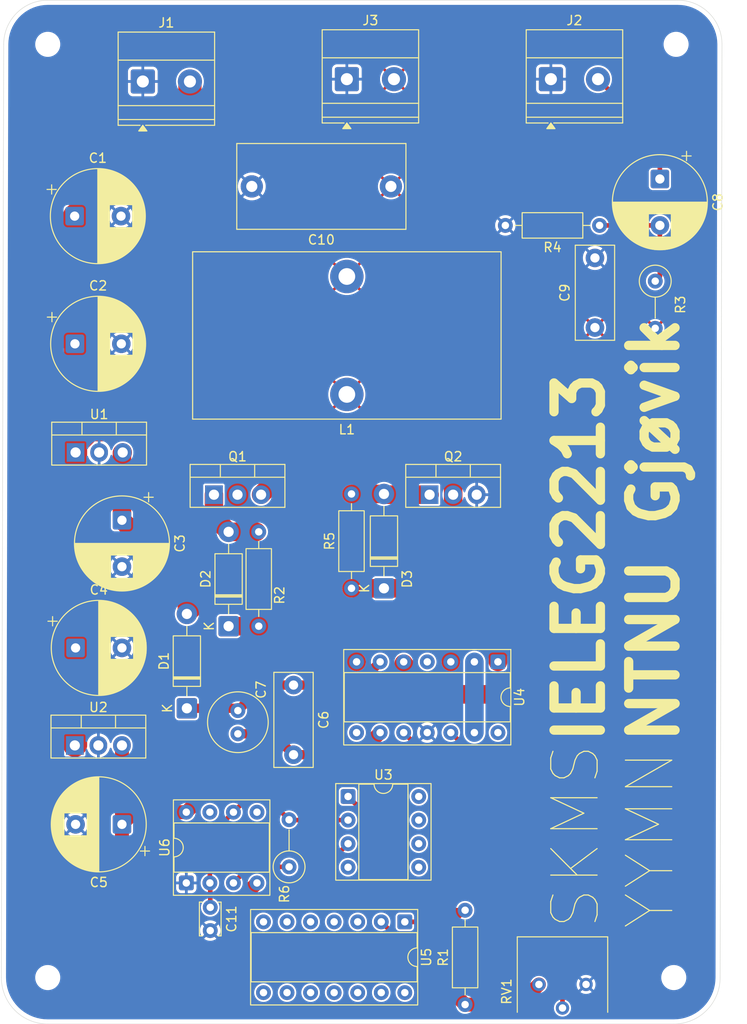
<source format=kicad_pcb>
(kicad_pcb (version 20241229) (generator "pcbnew") (generator_version "9.0")
  (layers (0 "F.Cu" signal) (2 "B.Cu" signal) (13 "F.Paste" user) (15 "B.Paste" user) (5 "F.SilkS" user "F.Silkscreen") (7 "B.SilkS" user "B.Silkscreen") (1 "F.Mask" user) (3 "B.Mask" user) (25 "Edge.Cuts" user))
  (net 0 "")
  (net 1 "Vcc")
  (net 2 "GND")
  (net 3 "12V")
  (net 4 "5V")
  (net 5 "Net-(Q1-S)")
  (net 6 "Net-(D3-K)")
  (net 7 "Net-(J2-Pin_2)")
  (net 8 "Net-(D1-K)")
  (net 9 "Net-(D2-K)")
  (net 10 "Net-(D2-A)")
  (net 11 "Net-(U3A-+)")
  (net 12 "triangle")
  (net 13 "Net-(D3-A)")
  (net 14 "Net-(U4-HIN)")
  (net 15 "Net-(U6-Q)")
  (net 18 "Net-(U4-LIN)")
  (net 19 "Net-(U4-COM)")
  (net 23 "Net-(C8-Pad2)")
  (net 24 "Net-(J3-Pin_2)")
  (footprint "Capacitor_THT:CP_Radial_D10.0mm_P5.00mm" (layer "F.Cu") (at 90.5 121.5 180)
    (property "Reference" "C5" (at 2.5 -6.25 0) (layer "F.SilkS"))
    (property "Value" "47u")
    (pad "1" thru_hole roundrect (at 0 0 180) (size 2 2) (drill 1) (layers "*.Cu" "*.Mask") (roundrect_rratio 0.125) (net 4 "5V"))
    (pad "2" thru_hole circle (at 5 0 180) (size 2 2) (drill 1) (layers "*.Cu" "*.Mask") (net 2 "GND"))
  )
  (footprint "Resistor_THT:R_Axial_DIN0309_L9.0mm_D3.2mm_P5.08mm_Vertical" (layer "F.Cu") (at 108.52 126.08 90)
    (property "Reference" "R6" (at -2.92 -0.5 90) (layer "F.SilkS"))
    (property "Value" "2k2")
    (pad "1" thru_hole circle (at 0 0 90) (size 1.6 1.6) (drill 0.8) (layers "*.Cu" "*.Mask") (net 15 "Net-(U6-Q)"))
    (pad "2" thru_hole circle (at 5.08 0 90) (size 1.6 1.6) (drill 0.8) (layers "*.Cu" "*.Mask") (net 12 "triangle"))
  )
  (footprint "Potentiometer_THT:Potentiometer_Bourns_3299P_Horizontal" (layer "F.Cu") (at 135.46 138.74 90)
    (property "Reference" "RV1" (at -0.76 -3.475 90) (layer "F.SilkS"))
    (property "Value" "10k")
    (pad "1" thru_hole circle (at 0 0 90) (size 1.44 1.44) (drill 0.8) (layers "*.Cu" "*.Mask") (net 4 "5V"))
    (pad "2" thru_hole circle (at -2.54 2.54 90) (size 1.44 1.44) (drill 0.8) (layers "*.Cu" "*.Mask") (net 11 "Net-(U3A-+)"))
    (pad "3" thru_hole circle (at 0 5.08 90) (size 1.44 1.44) (drill 0.8) (layers "*.Cu" "*.Mask") (net 2 "GND"))
  )
  (footprint "Package_DIP:DIP-8_W7.62mm_Socket" (layer "F.Cu") (at 114.88 118.5)
    (property "Reference" "U3" (at 3.81 -2.33 0) (layer "F.SilkS"))
    (property "Value" "LM393")
    (pad "1" thru_hole roundrect (at 0 0) (size 1.6 1.6) (drill 0.8) (layers "*.Cu" "*.Mask") (roundrect_rratio 0.15625) (net 14 "Net-(U4-HIN)"))
    (pad "2" thru_hole circle (at 0 2.54) (size 1.6 1.6) (drill 0.8) (layers "*.Cu" "*.Mask") (net 12 "triangle"))
    (pad "3" thru_hole circle (at 0 5.08) (size 1.6 1.6) (drill 0.8) (layers "*.Cu" "*.Mask") (net 11 "Net-(U3A-+)"))
    (pad "4" thru_hole circle (at 0 7.62) (size 1.6 1.6) (drill 0.8) (layers "*.Cu" "*.Mask"))
    (pad "5" thru_hole circle (at 7.62 7.62) (size 1.6 1.6) (drill 0.8) (layers "*.Cu" "*.Mask"))
    (pad "6" thru_hole circle (at 7.62 5.08) (size 1.6 1.6) (drill 0.8) (layers "*.Cu" "*.Mask"))
    (pad "7" thru_hole circle (at 7.62 2.54) (size 1.6 1.6) (drill 0.8) (layers "*.Cu" "*.Mask"))
    (pad "8" thru_hole circle (at 7.62 0) (size 1.6 1.6) (drill 0.8) (layers "*.Cu" "*.Mask"))
  )
  (footprint "Package_DIP:DIP-14_W7.62mm_Socket" (layer "F.Cu") (at 121 132 -90)
    (property "Reference" "U5" (at 3.81 -2.33 90) (layer "F.SilkS"))
    (property "Value" "74HC04")
    (pad "1" thru_hole roundrect (at 0 0 270) (size 1.6 1.6) (drill 0.8) (layers "*.Cu" "*.Mask") (roundrect_rratio 0.15625) (net 14 "Net-(U4-HIN)"))
    (pad "2" thru_hole circle (at 0 2.54 270) (size 1.6 1.6) (drill 0.8) (layers "*.Cu" "*.Mask") (net 18 "Net-(U4-LIN)"))
    (pad "3" thru_hole circle (at 0 5.08 270) (size 1.6 1.6) (drill 0.8) (layers "*.Cu" "*.Mask"))
    (pad "4" thru_hole circle (at 0 7.62 270) (size 1.6 1.6) (drill 0.8) (layers "*.Cu" "*.Mask"))
    (pad "5" thru_hole circle (at 0 10.16 270) (size 1.6 1.6) (drill 0.8) (layers "*.Cu" "*.Mask"))
    (pad "6" thru_hole circle (at 0 12.7 270) (size 1.6 1.6) (drill 0.8) (layers "*.Cu" "*.Mask"))
    (pad "7" thru_hole circle (at 0 15.24 270) (size 1.6 1.6) (drill 0.8) (layers "*.Cu" "*.Mask"))
    (pad "8" thru_hole circle (at 7.62 15.24 270) (size 1.6 1.6) (drill 0.8) (layers "*.Cu" "*.Mask"))
    (pad "9" thru_hole circle (at 7.62 12.7 270) (size 1.6 1.6) (drill 0.8) (layers "*.Cu" "*.Mask"))
    (pad "10" thru_hole circle (at 7.62 10.16 270) (size 1.6 1.6) (drill 0.8) (layers "*.Cu" "*.Mask"))
    (pad "11" thru_hole circle (at 7.62 7.62 270) (size 1.6 1.6) (drill 0.8) (layers "*.Cu" "*.Mask"))
    (pad "12" thru_hole circle (at 7.62 5.08 270) (size 1.6 1.6) (drill 0.8) (layers "*.Cu" "*.Mask"))
    (pad "13" thru_hole circle (at 7.62 2.54 270) (size 1.6 1.6) (drill 0.8) (layers "*.Cu" "*.Mask"))
    (pad "14" thru_hole circle (at 7.62 0 270) (size 1.6 1.6) (drill 0.8) (layers "*.Cu" "*.Mask"))
  )
  (footprint "Capacitor_THT:CP_Radial_D10.0mm_P5.00mm" (layer "F.Cu") (at 85.432323 69.75)
    (property "Reference" "C2" (at 2.5 -6.25 0) (layer "F.SilkS"))
    (property "Value" "47u")
    (pad "1" thru_hole roundrect (at 0 0) (size 2 2) (drill 1) (layers "*.Cu" "*.Mask") (roundrect_rratio 0.125) (net 1 "Vcc"))
    (pad "2" thru_hole circle (at 5 0) (size 2 2) (drill 1) (layers "*.Cu" "*.Mask") (net 2 "GND"))
  )
  (footprint "TerminalBlock_Phoenix:TerminalBlock_Phoenix_MKDS-1,5-2-5.08_1x02_P5.08mm_Horizontal" (layer "F.Cu") (at 136.75 41.25)
    (property "Reference" "J2" (at 2.54 -6.32 0) (layer "F.SilkS"))
    (property "Value" "Input")
    (pad "1" thru_hole roundrect (at 0 0) (size 2.6 2.6) (drill 1.3) (layers "*.Cu" "*.Mask") (roundrect_rratio 0.096154) (net 2 "GND"))
    (pad "2" thru_hole circle (at 5.08 0) (size 2.6 2.6) (drill 1.3) (layers "*.Cu" "*.Mask") (net 7 "Net-(J2-Pin_2)"))
  )
  (footprint "Package_DIP:DIP-14_W7.62mm_Socket" (layer "F.Cu") (at 131.04 104 -90)
    (property "Reference" "U4" (at 3.81 -2.33 90) (layer "F.SilkS"))
    (property "Value" "IR2113")
    (pad "1" thru_hole roundrect (at 0 0 270) (size 1.6 1.6) (drill 0.8) (layers "*.Cu" "*.Mask") (roundrect_rratio 0.15625) (net 6 "Net-(D3-K)"))
    (pad "2" thru_hole circle (at 0 2.54 270) (size 1.6 1.6) (drill 0.8) (layers "*.Cu" "*.Mask") (net 19 "Net-(U4-COM)"))
    (pad "3" thru_hole circle (at 0 5.08 270) (size 1.6 1.6) (drill 0.8) (layers "*.Cu" "*.Mask") (net 3 "12V"))
    (pad "4" thru_hole circle (at 0 7.62 270) (size 1.6 1.6) (drill 0.8) (layers "*.Cu" "*.Mask"))
    (pad "5" thru_hole circle (at 0 10.16 270) (size 1.6 1.6) (drill 0.8) (layers "*.Cu" "*.Mask") (net 5 "Net-(Q1-S)"))
    (pad "6" thru_hole circle (at 0 12.7 270) (size 1.6 1.6) (drill 0.8) (layers "*.Cu" "*.Mask") (net 8 "Net-(D1-K)"))
    (pad "7" thru_hole circle (at 0 15.24 270) (size 1.6 1.6) (drill 0.8) (layers "*.Cu" "*.Mask") (net 9 "Net-(D2-K)"))
    (pad "8" thru_hole circle (at 7.62 15.24 270) (size 1.6 1.6) (drill 0.8) (layers "*.Cu" "*.Mask"))
    (pad "9" thru_hole circle (at 7.62 12.7 270) (size 1.6 1.6) (drill 0.8) (layers "*.Cu" "*.Mask") (net 4 "5V"))
    (pad "10" thru_hole circle (at 7.62 10.16 270) (size 1.6 1.6) (drill 0.8) (layers "*.Cu" "*.Mask") (net 14 "Net-(U4-HIN)"))
    (pad "11" thru_hole circle (at 7.62 7.62 270) (size 1.6 1.6) (drill 0.8) (layers "*.Cu" "*.Mask") (net 2 "GND"))
    (pad "12" thru_hole circle (at 7.62 5.08 270) (size 1.6 1.6) (drill 0.8) (layers "*.Cu" "*.Mask") (net 18 "Net-(U4-LIN)"))
    (pad "13" thru_hole circle (at 7.62 2.54 270) (size 1.6 1.6) (drill 0.8) (layers "*.Cu" "*.Mask") (net 19 "Net-(U4-COM)"))
    (pad "14" thru_hole circle (at 7.62 0 270) (size 1.6 1.6) (drill 0.8) (layers "*.Cu" "*.Mask"))
  )
  (footprint "TerminalBlock_Phoenix:TerminalBlock_Phoenix_MKDS-1,5-2-5.08_1x02_P5.08mm_Horizontal" (layer "F.Cu") (at 114.75 41.25)
    (property "Reference" "J3" (at 2.54 -6.32 0) (layer "F.SilkS"))
    (property "Value" "Output")
    (pad "1" thru_hole roundrect (at 0 0) (size 2.6 2.6) (drill 1.3) (layers "*.Cu" "*.Mask") (roundrect_rratio 0.096154) (net 2 "GND"))
    (pad "2" thru_hole circle (at 5.08 0) (size 2.6 2.6) (drill 1.3) (layers "*.Cu" "*.Mask") (net 24 "Net-(J3-Pin_2)"))
  )
  (footprint "Diode_THT:D_DO-41_SOD81_P10.16mm_Horizontal" (layer "F.Cu") (at 97.5 109 90)
    (property "Reference" "D1" (at 5.08 -2.47 90) (layer "F.SilkS"))
    (property "Value" "1N4007")
    (fp_text user "K" (at 0 -2.1 90) (layer "F.SilkS"))
    (pad "1" thru_hole roundrect (at 0 0 90) (size 2.2 2.2) (drill 1.1) (layers "*.Cu" "*.Mask") (roundrect_rratio 0.113636) (net 8 "Net-(D1-K)"))
    (pad "2" thru_hole circle (at 10.16 0 90) (size 2.2 2.2) (drill 1.1) (layers "*.Cu" "*.Mask") (net 3 "12V"))
  )
  (footprint "Diode_THT:D_DO-41_SOD81_P10.16mm_Horizontal" (layer "F.Cu") (at 118.75 96.08 90)
    (property "Reference" "D3" (at 1 2.5 90) (layer "F.SilkS"))
    (property "Value" "1N4007")
    (fp_text user "K" (at 0 -2.1 90) (layer "F.SilkS"))
    (pad "1" thru_hole roundrect (at 0 0 90) (size 2.2 2.2) (drill 1.1) (layers "*.Cu" "*.Mask") (roundrect_rratio 0.113636) (net 6 "Net-(D3-K)"))
    (pad "2" thru_hole circle (at 10.16 0 90) (size 2.2 2.2) (drill 1.1) (layers "*.Cu" "*.Mask") (net 13 "Net-(D3-A)"))
  )
  (footprint "MountingHole:MountingHole_2.2mm_M2" (layer "F.Cu") (at 82.5 37.5)
    (property "Reference" "H4" (hide yes))
    (property "Value" "MountingHole")
    (pad "" np_thru_hole circle (at 0 0) (size 2.2 2.2) (drill 2.2) (layers "*.Cu" "*.Mask"))
  )
  (footprint "Package_TO_SOT_THT:TO-220-3_Vertical" (layer "F.Cu") (at 123.67 86)
    (property "Reference" "Q2" (at 2.54 -4.1 0) (layer "F.SilkS"))
    (property "Value" "IRLZ44N")
    (pad "1" thru_hole rect (at 0 0) (size 1.905 2) (drill 1.1) (layers "*.Cu" "*.Mask") (net 13 "Net-(D3-A)"))
    (pad "2" thru_hole oval (at 2.54 0) (size 1.905 2) (drill 1.1) (layers "*.Cu" "*.Mask") (net 5 "Net-(Q1-S)"))
    (pad "3" thru_hole oval (at 5.08 0) (size 1.905 2) (drill 1.1) (layers "*.Cu" "*.Mask") (net 2 "GND"))
  )
  (footprint "Resistor_THT:R_Axial_DIN0207_L6.3mm_D2.5mm_P10.16mm_Horizontal" (layer "F.Cu") (at 127.5 140.91 90)
    (property "Reference" "R1" (at 5.08 -2.37 90) (layer "F.SilkS"))
    (property "Value" "10k")
    (pad "1" thru_hole circle (at 0 0 90) (size 1.6 1.6) (drill 0.8) (layers "*.Cu" "*.Mask") (net 4 "5V"))
    (pad "2" thru_hole circle (at 10.16 0 90) (size 1.6 1.6) (drill 0.8) (layers "*.Cu" "*.Mask") (net 14 "Net-(U4-HIN)"))
  )
  (footprint "Package_TO_SOT_THT:TO-220-3_Vertical" (layer "F.Cu") (at 100.42 86)
    (property "Reference" "Q1" (at 2.54 -4.1 0) (layer "F.SilkS"))
    (property "Value" "IRLZ44N")
    (pad "1" thru_hole rect (at 0 0) (size 1.905 2) (drill 1.1) (layers "*.Cu" "*.Mask") (net 10 "Net-(D2-A)"))
    (pad "2" thru_hole oval (at 2.54 0) (size 1.905 2) (drill 1.1) (layers "*.Cu" "*.Mask") (net 1 "Vcc"))
    (pad "3" thru_hole oval (at 5.08 0) (size 1.905 2) (drill 1.1) (layers "*.Cu" "*.Mask") (net 5 "Net-(Q1-S)"))
  )
  (footprint "Capacitor_THT:C_Rect_L18.0mm_W9.0mm_P15.00mm_FKS3_FKP3" (layer "F.Cu") (at 119.5 52.8 180)
    (property "Reference" "C10" (at 7.5 -5.75 180) (layer "F.SilkS"))
    (property "Value" "1u")
    (pad "1" thru_hole circle (at 0 0 180) (size 2.4 2.4) (drill 1.2) (layers "*.Cu" "*.Mask") (net 24 "Net-(J3-Pin_2)"))
    (pad "2" thru_hole circle (at 15 0 180) (size 2.4 2.4) (drill 1.2) (layers "*.Cu" "*.Mask") (net 2 "GND"))
  )
  (footprint "Capacitor_THT:C_Rect_L10.0mm_W4.0mm_P7.50mm_FKS3_FKP3" (layer "F.Cu") (at 109 106.5 -90)
    (property "Reference" "C6" (at 3.75 -3.25 90) (layer "F.SilkS"))
    (property "Value" "220n")
    (pad "1" thru_hole circle (at 0 0 270) (size 2 2) (drill 1) (layers "*.Cu" "*.Mask") (net 8 "Net-(D1-K)"))
    (pad "2" thru_hole circle (at 7.5 0 270) (size 2 2) (drill 1) (layers "*.Cu" "*.Mask") (net 5 "Net-(Q1-S)"))
  )
  (footprint "Capacitor_THT:C_Radial_D6.3mm_H11.0mm_P2.50mm" (layer "F.Cu") (at 103 109.25 -90)
    (property "Reference" "C7" (at -2.25 -2.5 90) (layer "F.SilkS"))
    (property "Value" "22u")
    (pad "1" thru_hole circle (at 0 0 270) (size 1.6 1.6) (drill 0.8) (layers "*.Cu" "*.Mask") (net 8 "Net-(D1-K)"))
    (pad "2" thru_hole circle (at 2.5 0 270) (size 1.6 1.6) (drill 0.8) (layers "*.Cu" "*.Mask") (net 5 "Net-(Q1-S)"))
  )
  (footprint "Inductor_THT:L_Toroid_Vertical_L33.0mm_W17.8mm_P12.70mm_Pulse_KM-5" (layer "F.Cu") (at 114.75 75.2 180)
    (property "Reference" "L1" (at 0 -3.79 0) (layer "F.SilkS"))
    (property "Value" "22u")
    (pad "1" thru_hole circle (at 0 0 180) (size 3.6 3.6) (drill 1.8) (layers "*.Cu" "*.Mask") (net 5 "Net-(Q1-S)"))
    (pad "2" thru_hole circle (at 0 12.7 180) (size 3.6 3.6) (drill 1.8) (layers "*.Cu" "*.Mask") (net 24 "Net-(J3-Pin_2)"))
  )
  (footprint "MountingHole:MountingHole_2.2mm_M2" (layer "F.Cu") (at 150.25 37.5)
    (property "Reference" "H3" (hide yes))
    (property "Value" "MountingHole")
    (pad "" np_thru_hole circle (at 0 0) (size 2.2 2.2) (drill 2.2) (layers "*.Cu" "*.Mask"))
  )
  (footprint "Capacitor_THT:CP_Radial_D10.0mm_P5.00mm" (layer "F.Cu") (at 85.4 56)
    (property "Reference" "C1" (at 2.5 -6.25 0) (layer "F.SilkS"))
    (property "Value" "47u")
    (pad "1" thru_hole roundrect (at 0 0) (size 2 2) (drill 1) (layers "*.Cu" "*.Mask") (roundrect_rratio 0.125) (net 1 "Vcc"))
    (pad "2" thru_hole circle (at 5 0) (size 2 2) (drill 1) (layers "*.Cu" "*.Mask") (net 2 "GND"))
  )
  (footprint "Diode_THT:D_DO-41_SOD81_P10.16mm_Horizontal" (layer "F.Cu") (at 102 100.16 90)
    (property "Reference" "D2" (at 5.08 -2.47 90) (layer "F.SilkS"))
    (property "Value" "1N4007")
    (fp_text user "K" (at 0 -2.1 90) (layer "F.SilkS"))
    (pad "1" thru_hole roundrect (at 0 0 90) (size 2.2 2.2) (drill 1.1) (layers "*.Cu" "*.Mask") (roundrect_rratio 0.113636) (net 9 "Net-(D2-K)"))
    (pad "2" thru_hole circle (at 10.16 0 90) (size 2.2 2.2) (drill 1.1) (layers "*.Cu" "*.Mask") (net 10 "Net-(D2-A)"))
  )
  (footprint "Capacitor_THT:CP_Radial_D10.0mm_P5.00mm" (layer "F.Cu") (at 148.5 52 -90)
    (property "Reference" "C8" (at 2.5 -6.25 90) (layer "F.SilkS"))
    (property "Value" "47u")
    (pad "1" thru_hole roundrect (at 0 0 270) (size 2 2) (drill 1) (layers "*.Cu" "*.Mask") (roundrect_rratio 0.125) (net 7 "Net-(J2-Pin_2)"))
    (pad "2" thru_hole circle (at 5 0 270) (size 2 2) (drill 1) (layers "*.Cu" "*.Mask") (net 23 "Net-(C8-Pad2)"))
  )
  (footprint "Resistor_THT:R_Axial_DIN0207_L6.3mm_D2.5mm_P10.16mm_Horizontal" (layer "F.Cu") (at 115.25 96.08 90)
    (property "Reference" "R5" (at 5.08 -2.37 90) (layer "F.SilkS"))
    (property "Value" "10")
    (pad "1" thru_hole circle (at 0 0 90) (size 1.6 1.6) (drill 0.8) (layers "*.Cu" "*.Mask") (net 6 "Net-(D3-K)"))
    (pad "2" thru_hole circle (at 10.16 0 90) (size 1.6 1.6) (drill 0.8) (layers "*.Cu" "*.Mask") (net 13 "Net-(D3-A)"))
  )
  (footprint "Resistor_THT:R_Axial_DIN0207_L6.3mm_D2.5mm_P10.16mm_Horizontal" (layer "F.Cu") (at 105.25 100.16 90)
    (property "Reference" "R2" (at 3.33 2.25 90) (layer "F.SilkS"))
    (property "Value" "10")
    (pad "1" thru_hole circle (at 0 0 90) (size 1.6 1.6) (drill 0.8) (layers "*.Cu" "*.Mask") (net 9 "Net-(D2-K)"))
    (pad "2" thru_hole circle (at 10.16 0 90) (size 1.6 1.6) (drill 0.8) (layers "*.Cu" "*.Mask") (net 10 "Net-(D2-A)"))
  )
  (footprint "Package_DIP:DIP-8_W7.62mm_Socket" (layer "F.Cu") (at 97.44 127.81 90)
    (property "Reference" "U6" (at 3.81 -2.33 90) (layer "F.SilkS"))
    (property "Value" "TLC555xP")
    (pad "1" thru_hole roundrect (at 0 0 90) (size 1.6 1.6) (drill 0.8) (layers "*.Cu" "*.Mask") (roundrect_rratio 0.15625) (net 2 "GND"))
    (pad "2" thru_hole circle (at 0 2.54 90) (size 1.6 1.6) (drill 0.8) (layers "*.Cu" "*.Mask") (net 12 "triangle"))
    (pad "3" thru_hole circle (at 0 5.08 90) (size 1.6 1.6) (drill 0.8) (layers "*.Cu" "*.Mask") (net 15 "Net-(U6-Q)"))
    (pad "4" thru_hole circle (at 0 7.62 90) (size 1.6 1.6) (drill 0.8) (layers "*.Cu" "*.Mask") (net 4 "5V"))
    (pad "5" thru_hole circle (at 7.62 7.62 90) (size 1.6 1.6) (drill 0.8) (layers "*.Cu" "*.Mask"))
    (pad "6" thru_hole circle (at 7.62 5.08 90) (size 1.6 1.6) (drill 0.8) (layers "*.Cu" "*.Mask") (net 12 "triangle"))
    (pad "7" thru_hole circle (at 7.62 2.54 90) (size 1.6 1.6) (drill 0.8) (layers "*.Cu" "*.Mask"))
    (pad "8" thru_hole circle (at 7.62 0 90) (size 1.6 1.6) (drill 0.8) (layers "*.Cu" "*.Mask") (net 4 "5V"))
  )
  (footprint "Capacitor_THT:C_Rect_L10.0mm_W4.0mm_P7.50mm_FKS3_FKP3" (layer "F.Cu") (at 141.5 68 90)
    (property "Reference" "C9" (at 3.75 -3.25 90) (layer "F.SilkS"))
    (property "Value" "220n")
    (pad "1" thru_hole circle (at 0 0 90) (size 2 2) (drill 1) (layers "*.Cu" "*.Mask") (net 11 "Net-(U3A-+)"))
    (pad "2" thru_hole circle (at 7.5 0 90) (size 2 2) (drill 1) (layers "*.Cu" "*.Mask") (net 2 "GND"))
  )
  (footprint "Resistor_THT:R_Axial_DIN0207_L6.3mm_D2.5mm_P10.16mm_Horizontal" (layer "F.Cu") (at 142 57 180)
    (property "Reference" "R4" (at 5.08 -2.37 0) (layer "F.SilkS"))
    (property "Value" "10k")
    (pad "1" thru_hole circle (at 0 0 180) (size 1.6 1.6) (drill 0.8) (layers "*.Cu" "*.Mask") (net 23 "Net-(C8-Pad2)"))
    (pad "2" thru_hole circle (at 10.16 0 180) (size 1.6 1.6) (drill 0.8) (layers "*.Cu" "*.Mask") (net 2 "GND"))
  )
  (footprint "MountingHole:MountingHole_2.2mm_M2" (layer "F.Cu") (at 150 138)
    (property "Reference" "H1" (hide yes))
    (property "Value" "MountingHole")
    (pad "" np_thru_hole circle (at 0 0) (size 2.2 2.2) (drill 2.2) (layers "*.Cu" "*.Mask"))
  )
  (footprint "Package_TO_SOT_THT:TO-220-3_Vertical" (layer "F.Cu") (at 85.5 81.45)
    (property "Reference" "U1" (at 2.54 -4.1 0) (layer "F.SilkS"))
    (property "Value" "LM7812_TO220")
    (pad "1" thru_hole rect (at 0 0) (size 1.905 2) (drill 1.1) (layers "*.Cu" "*.Mask") (net 1 "Vcc"))
    (pad "2" thru_hole oval (at 2.54 0) (size 1.905 2) (drill 1.1) (layers "*.Cu" "*.Mask") (net 2 "GND"))
    (pad "3" thru_hole oval (at 5.08 0) (size 1.905 2) (drill 1.1) (layers "*.Cu" "*.Mask") (net 3 "12V"))
  )
  (footprint "Resistor_THT:R_Axial_DIN0309_L9.0mm_D3.2mm_P5.08mm_Vertical" (layer "F.Cu") (at 148 63 -90)
    (property "Reference" "R3" (at 2.54 -2.72 90) (layer "F.SilkS"))
    (property "Value" "10k")
    (pad "1" thru_hole circle (at 0 0 270) (size 1.6 1.6) (drill 0.8) (layers "*.Cu" "*.Mask") (net 23 "Net-(C8-Pad2)"))
    (pad "2" thru_hole circle (at 5.08 0 270) (size 1.6 1.6) (drill 0.8) (layers "*.Cu" "*.Mask") (net 11 "Net-(U3A-+)"))
  )
  (footprint "Capacitor_THT:CP_Radial_D10.0mm_P5.00mm" (layer "F.Cu") (at 90.5 88.75 -90)
    (property "Reference" "C3" (at 2.5 -6.25 90) (layer "F.SilkS"))
    (property "Value" "47u")
    (pad "1" thru_hole roundrect (at 0 0 270) (size 2 2) (drill 1) (layers "*.Cu" "*.Mask") (roundrect_rratio 0.125) (net 3 "12V"))
    (pad "2" thru_hole circle (at 5 0 270) (size 2 2) (drill 1) (layers "*.Cu" "*.Mask") (net 2 "GND"))
  )
  (footprint "Capacitor_THT:C_Disc_D3.4mm_W2.1mm_P2.50mm" (layer "F.Cu") (at 100.02 130.44 -90)
    (property "Reference" "C11" (at 1.25 -2.3 90) (layer "F.SilkS"))
    (property "Value" "1n")
    (pad "1" thru_hole circle (at 0 0 270) (size 1.6 1.6) (drill 0.8) (layers "*.Cu" "*.Mask") (net 12 "triangle"))
    (pad "2" thru_hole circle (at 2.5 0 270) (size 1.6 1.6) (drill 0.8) (layers "*.Cu" "*.Mask") (net 2 "GND"))
  )
  (footprint "MountingHole:MountingHole_2.2mm_M2" (layer "F.Cu") (at 82.5 138)
    (property "Reference" "H2" (hide yes))
    (property "Value" "MountingHole")
    (pad "" np_thru_hole circle (at 0 0) (size 2.2 2.2) (drill 2.2) (layers "*.Cu" "*.Mask"))
  )
  (footprint "Package_TO_SOT_THT:TO-220-3_Vertical" (layer "F.Cu") (at 85.42 113)
    (property "Reference" "U2" (at 2.54 -4.1 0) (layer "F.SilkS"))
    (property "Value" "LM7805_TO220")
    (pad "1" thru_hole rect (at 0 0) (size 1.905 2) (drill 1.1) (layers "*.Cu" "*.Mask") (net 1 "Vcc"))
    (pad "2" thru_hole oval (at 2.54 0) (size 1.905 2) (drill 1.1) (layers "*.Cu" "*.Mask") (net 2 "GND"))
    (pad "3" thru_hole oval (at 5.08 0) (size 1.905 2) (drill 1.1) (layers "*.Cu" "*.Mask") (net 4 "5V"))
  )
  (footprint "TerminalBlock_Phoenix:TerminalBlock_Phoenix_MKDS-1,5-2-5.08_1x02_P5.08mm_Horizontal" (layer "F.Cu") (at 92.75 41.5)
    (property "Reference" "J1" (at 2.54 -6.32 0) (layer "F.SilkS"))
    (property "Value" "POWER")
    (pad "1" thru_hole roundrect (at 0 0) (size 2.6 2.6) (drill 1.3) (layers "*.Cu" "*.Mask") (roundrect_rratio 0.096154) (net 2 "GND"))
    (pad "2" thru_hole circle (at 5.08 0) (size 2.6 2.6) (drill 1.3) (layers "*.Cu" "*.Mask") (net 1 "Vcc"))
  )
  (footprint "Capacitor_THT:CP_Radial_D10.0mm_P5.00mm" (layer "F.Cu") (at 85.5 102.5)
    (property "Reference" "C4" (at 2.5 -6.25 0) (layer "F.SilkS"))
    (property "Value" "47u")
    (pad "1" thru_hole roundrect (at 0 0) (size 2 2) (drill 1) (layers "*.Cu" "*.Mask") (roundrect_rratio 0.125) (net 1 "Vcc"))
    (pad "2" thru_hole circle (at 5 0) (size 2 2) (drill 1) (layers "*.Cu" "*.Mask") (net 2 "GND"))
  )
  (gr_arc (start 150.45 32.75) (mid 153.808757 34.141243) (end 155.2 37.5) (stroke (width 0.05)) (layer "Edge.Cuts"))
  (gr_arc (start 82.5 143) (mid 78.964466 141.535534) (end 77.5 138) (stroke (width 0.05)) (layer "Edge.Cuts"))
  (gr_arc (start 155 138) (mid 153.535534 141.535534) (end 150 143) (stroke (width 0.05)) (layer "Edge.Cuts"))
  (gr_line (start 155 138) (end 155.2 37.5) (stroke (width 0.05)) (layer "Edge.Cuts"))
  (gr_line (start 77.75 37.5) (end 77.5 138) (stroke (width 0.05)) (layer "Edge.Cuts"))
  (gr_arc (start 77.75 37.5) (mid 79.141243 34.141243) (end 82.5 32.75) (stroke (width 0.05)) (layer "Edge.Cuts"))
  (gr_line (start 82.5 143) (end 150 143) (stroke (width 0.05)) (layer "Edge.Cuts"))
  (gr_line (start 150.45 32.75) (end 82.5 32.75) (stroke (width 0.05)) (layer "Edge.Cuts"))
  (gr_text "IELEG2213\nNTNU Gjøvik" (at 150.8 113.2 90) (layer "F.SilkS") (effects (font (size 5 5) (thickness 1) (bold yes)) (justify left bottom)))
  (gr_text "SKMS\nYYMN" (at 150.4 133 90) (layer "F.SilkS") (effects (font (size 5 5) (thickness 0.125)) (justify left bottom)))
  (segment (start 85.5 69.817677) (end 85.432323 69.75) (width 2.5) (layer "F.Cu") (net 1))
  (segment (start 85.4 56) (end 85.4 55.95) (width 2.5) (layer "F.Cu") (net 1))
  (segment (start 85.5 102.5) (end 85.5 112.92) (width 2.5) (layer "F.Cu") (net 1))
  (segment (start 97.83 41.5) (end 97.83 43.57) (width 2.5) (layer "F.Cu") (net 1))
  (segment (start 85.4 56) (end 85.4 69.717677) (width 2.5) (layer "F.Cu") (net 1))
  (segment (start 85.5 81.45) (end 85.5 80.543438) (width 2.5) (layer "F.Cu") (net 1))
  (segment (start 85.5 81.45) (end 85.5 102.5) (width 2.5) (layer "F.Cu") (net 1))
  (segment (start 85.4 69.717677) (end 85.432323 69.75) (width 2.5) (layer "F.Cu") (net 1))
  (segment (start 98.2735 78.999) (end 102.96 83.6855) (width 2.5) (layer "F.Cu") (net 1))
  (segment (start 85.5 112.92) (end 85.42 113) (width 2.5) (layer "F.Cu") (net 1))
  (segment (start 97.83 43.57) (end 85.4 56) (width 2.5) (layer "F.Cu") (net 1))
  (segment (start 85.432323 81.382323) (end 85.5 81.45) (width 2.5) (layer "F.Cu") (net 1))
  (segment (start 102.96 83.6855) (end 102.96 86) (width 2.5) (layer "F.Cu") (net 1))
  (segment (start 85.5 81.45) (end 85.5 69.817677) (width 2.5) (layer "F.Cu") (net 1))
  (segment (start 85.5 80.543438) (end 87.044438 78.999) (width 2.5) (layer "F.Cu") (net 1))
  (segment (start 87.044438 78.999) (end 98.2735 78.999) (width 2.5) (layer "F.Cu") (net 1))
  (segment (start 90.5 88.75) (end 97.5 95.75) (width 2) (layer "F.Cu") (net 3))
  (segment (start 97.5 95.75) (end 97.5 98.84) (width 2) (layer "F.Cu") (net 3))
  (segment (start 97.5 98.84) (end 98.599999 97.740001) (width 2) (layer "F.Cu") (net 3))
  (segment (start 125.96 102.86863) (end 125.96 104) (width 2) (layer "F.Cu") (net 3))
  (segment (start 125.09037 101.999) (end 125.96 102.86863) (width 2) (layer "F.Cu") (net 3))
  (segment (start 113.797317 97.740001) (end 118.056316 101.999) (width 2) (layer "F.Cu") (net 3))
  (segment (start 90.5 88.75) (end 90.5 81.53) (width 2) (layer "F.Cu") (net 3))
  (segment (start 90.5 81.53) (end 90.58 81.45) (width 2) (layer "F.Cu") (net 3))
  (segment (start 118.056316 101.999) (end 125.09037 101.999) (width 2) (layer "F.Cu") (net 3))
  (segment (start 98.599999 97.740001) (end 113.797317 97.740001) (width 2) (layer "F.Cu") (net 3))
  (segment (start 90.5 113) (end 90.5 121.5) (width 1.5) (layer "F.Cu") (net 4))
  (segment (start 124.09 137.5) (end 127.5 140.91) (width 1.5) (layer "F.Cu") (net 4))
  (segment (start 103.25 137.5) (end 124.09 137.5) (width 1.5) (layer "F.Cu") (net 4))
  (segment (start 97.44 120.19) (end 100.881 116.749) (width 1.5) (layer "F.Cu") (net 4))
  (segment (start 97.44 120.19) (end 91.81 120.19) (width 1.5) (layer "F.Cu") (net 4))
  (segment (start 105.06 127.81) (end 104.009 128.861) (width 1.5) (layer "F.Cu") (net 4))
  (segment (start 95.25 136) (end 101.75 136) (width 1.5) (layer "F.Cu") (net 4))
  (segment (start 104.009 133.741) (end 101.75 136) (width 1.5) (layer "F.Cu") (net 4))
  (segment (start 101.75 136) (end 103.25 137.5) (width 1.5) (layer "F.Cu") (net 4))
  (segment (start 100.881 116.749) (end 113.211 116.749) (width 1.5) (layer "F.Cu") (net 4))
  (segment (start 91.81 120.19) (end 90.5 121.5) (width 1.5) (layer "F.Cu") (net 4))
  (segment (start 104.009 128.861) (end 104.009 133.741) (width 1.5) (layer "F.Cu") (net 4))
  (segment (start 127.5 140.91) (end 133.29 140.91) (width 1.5) (layer "F.Cu") (net 4))
  (segment (start 133.29 140.91) (end 135.46 138.74) (width 1.5) (layer "F.Cu") (net 4))
  (segment (start 90.5 131.25) (end 95.25 136) (width 1.5) (layer "F.Cu") (net 4))
  (segment (start 113.211 116.749) (end 118.34 111.62) (width 1.5) (layer "F.Cu") (net 4))
  (segment (start 90.5 121.5) (end 90.5 131.25) (width 1.5) (layer "F.Cu") (net 4))
  (segment (start 124.090158 107.5) (end 120.88 104.289842) (width 2) (layer "F.Cu") (net 5))
  (segment (start 126.21 92.21) (end 134.5 100.5) (width 2) (layer "F.Cu") (net 5))
  (segment (start 105.5 86) (end 106.25 85.25) (width 2) (layer "F.Cu") (net 5))
  (segment (start 126.25 83.75) (end 126.21 83.79) (width 2) (layer "F.Cu") (net 5))
  (segment (start 106.75 111.75) (end 109 114) (width 1) (layer "F.Cu") (net 5))
  (segment (start 126.21 86) (end 126.21 83.79) (width 2) (layer "F.Cu") (net 5))
  (segment (start 110.88 114) (end 120.88 104) (width 1) (layer "F.Cu") (net 5))
  (segment (start 126.21 86) (end 126.21 92.21) (width 2) (layer "F.Cu") (net 5))
  (segment (start 109 114) (end 110.88 114) (width 1) (layer "F.Cu") (net 5))
  (segment (start 106.25 85.25) (end 106.25 84) (width 2) (layer "F.Cu") (net 5))
  (segment (start 120.88 104.289842) (end 120.88 104.2) (width 2) (layer "F.Cu") (net 5))
  (segment (start 132.25 107.5) (end 124.090158 107.5) (width 2) (layer "F.Cu") (net 5))
  (segment (start 103 111.75) (end 106.75 111.75) (width 1) (layer "F.Cu") (net 5))
  (segment (start 134.5 100.5) (end 134.5 105.25) (width 2) (layer "F.Cu") (net 5))
  (segment (start 134.5 105.25) (end 132.25 107.5) (width 2) (layer "F.Cu") (net 5))
  (segment (start 118.75 96.08) (end 123.92 96.08) (width 2) (layer "F.Cu") (net 6))
  (segment (start 131.04 103.2) (end 131.04 104) (width 2) (layer "F.Cu") (net 6))
  (segment (start 118.75 96.08) (end 115.25 96.08) (width 2) (layer "F.Cu") (net 6))
  (segment (start 123.92 96.08) (end 131.04 103.2) (width 2) (layer "F.Cu") (net 6))
  (segment (start 141.83 41.25) (end 148.5 47.92) (width 0.5) (layer "F.Cu") (net 7))
  (segment (start 148.5 47.92) (end 148.5 52) (width 0.5) (layer "F.Cu") (net 7))
  (segment (start 109 106.5) (end 105.75 106.5) (width 1) (layer "F.Cu") (net 8))
  (segment (start 102.75 109) (end 103 109.25) (width 1) (layer "F.Cu") (net 8))
  (segment (start 97.5 109) (end 102.75 109) (width 1) (layer "F.Cu") (net 8))
  (segment (start 109 106.5) (end 115.84 106.5) (width 1) (layer "F.Cu") (net 8))
  (segment (start 115.84 106.5) (end 118.34 104) (width 1) (layer "F.Cu") (net 8))
  (segment (start 105.75 106.5) (end 103 109.25) (width 1) (layer "F.Cu") (net 8))
  (segment (start 111.96 100.16) (end 115.8 104) (width 2) (layer "F.Cu") (net 9))
  (segment (start 102 100.16) (end 105.25 100.16) (width 2) (layer "F.Cu") (net 9))
  (segment (start 105.25 100.16) (end 111.96 100.16) (width 2) (layer "F.Cu") (net 9))
  (segment (start 102 90) (end 105 90) (width 2) (layer "F.Cu") (net 10))
  (segment (start 100.42 88.42) (end 102 90) (width 2) (layer "F.Cu") (net 10))
  (segment (start 100.42 86) (end 100.42 88.42) (width 2) (layer "F.Cu") (net 10))
  (segment (start 137.848 133.952) (end 138.6 133.2) (width 0.5) (layer "F.Cu") (net 11))
  (segment (start 118.642818 133.952) (end 117.189182 132.498364) (width 0.5) (layer "F.Cu") (net 11))
  (segment (start 117.189182 132.498364) (end 117.189182 131.5) (width 0.5) (layer "F.Cu") (net 11))
  (segment (start 137.6 133.952) (end 137.848 133.952) (width 0.5) (layer "F.Cu") (net 11))
  (segment (start 138.6 133.2) (end 138.6 132.6) (width 0.5) (layer "F.Cu") (net 11))
  (segment (start 138 141.28) (end 138 134.104) (width 0.5) (layer "F.Cu") (net 11))
  (segment (start 137.6 133.952) (end 118.642818 133.952) (width 0.5) (layer "F.Cu") (net 11))
  (segment (start 117.189182 131.5) (end 113.629 127.939818) (width 0.5) (layer "F.Cu") (net 11))
  (segment (start 138 134.104) (end 137.848 133.952) (width 0.5) (layer "F.Cu") (net 11))
  (segment (start 113.629 127.939818) (end 113.629 124.831) (width 0.5) (layer "F.Cu") (net 11))
  (segment (start 137.798 133.952) (end 137.6 133.952) (width 0.5) (layer "F.Cu") (net 11))
  (segment (start 113.629 124.831) (end 114.88 123.58) (width 0.5) (layer "F.Cu") (net 11))
  (segment (start 109 121) (end 109.04 121.04) (width 0.5) (layer "F.Cu") (net 12))
  (segment (start 99.98 127.81) (end 99.98 122.73) (width 0.5) (layer "F.Cu") (net 12))
  (segment (start 100.02 127.85) (end 99.98 127.81) (width 0.5) (layer "F.Cu") (net 12))
  (segment (start 108.52 121) (end 109 121) (width 0.5) (layer "F.Cu") (net 12))
  (segment (start 99.98 122.73) (end 102.52 120.19) (width 0.5) (layer "F.Cu") (net 12))
  (segment (start 103.771 118.939) (end 106.459 118.939) (width 0.5) (layer "F.Cu") (net 12))
  (segment (start 106.459 118.939) (end 108.52 121) (width 0.5) (layer "F.Cu") (net 12))
  (segment (start 109.04 121.04) (end 114.88 121.04) (width 0.5) (layer "F.Cu") (net 12))
  (segment (start 100.02 130.44) (end 100.02 127.85) (width 0.5) (layer "F.Cu") (net 12))
  (segment (start 102.52 120.19) (end 103.771 118.939) (width 0.5) (layer "F.Cu") (net 12))
  (segment (start 123.67 86) (end 118.83 86) (width 2) (layer "F.Cu") (net 13))
  (segment (start 118.83 86) (end 118.75 85.92) (width 2) (layer "F.Cu") (net 13))
  (segment (start 118.75 85.92) (end 115.25 85.92) (width 2) (layer "F.Cu") (net 13))
  (segment (start 116.131 119.751) (end 115.567502 119.187502) (width 0.5) (layer "F.Cu") (net 14))
  (segment (start 118.79 120.75) (end 118.93 120.75) (width 0.5) (layer "F.Cu") (net 14))
  (segment (start 119.21 120.47) (end 119.21 119.75) (width 0.5) (layer "F.Cu") (net 14))
  (segment (start 119.91 119.75) (end 119.91 120.47) (width 0.5) (layer "F.Cu") (net 14))
  (segment (start 123.772611 114.780794) (end 124.578713 113.974693) (width 0.5) (layer "F.Cu") (net 14))
  (segment (start 126.75 131.5) (end 126.875 131.375) (width 0.5) (layer "F.Cu") (net 14))
  (segment (start 126.25 131) (end 126.5 130.75) (width 0.5) (layer "F.Cu") (net 14))
  (segment (start 120.61 119.75) (end 120.61 119.47) (width 0.5) (layer "F.Cu") (net 14))
  (segment (start 125.790956 118.709048) (end 125.889951 118.61005) (width 0.5) (layer "F.Cu") (net 14))
  (segment (start 117.11 119.75) (end 117.11 120.47) (width 0.5) (layer "F.Cu") (net 14))
  (segment (start 120.19 120.75) (end 120.33 120.75) (width 0.5) (layer "F.Cu") (net 14))
  (segment (start 117.81 120.47) (end 117.81 119.75) (width 0.5) (layer "F.Cu") (net 14))
  (segment (start 126 115.79) (end 126 115.65) (width 0.5) (layer "F.Cu") (net 14))
  (segment (start 121.59 119.75) (end 121.73 119.75) (width 0.5) (layer "F.Cu") (net 14))
  (segment (start 126 118.5) (end 126 117.75) (width 0.5) (layer "F.Cu") (net 14))
  (segment (start 126.25 131) (end 126.75 131.5) (width 0.5) (layer "F.Cu") (net 14))
  (segment (start 116.097832 119.717832) (end 116.13 119.75) (width 0.5) (layer "F.Cu") (net 14))
  (segment (start 118.09 118.75) (end 118.23 118.75) (width 0.5) (layer "F.Cu") (net 14))
  (segment (start 125.322818 130.75) (end 124.072818 132) (width 0.5) (layer "F.Cu") (net 14))
  (segment (start 121 132) (end 124.75 132) (width 0.5) (layer "F.Cu") (net 14))
  (segment (start 115.567502 119.187502) (end 116.097832 119.717832) (width 0.5) (layer "F.Cu") (net 14))
  (segment (start 117.81 119.75) (end 117.81 119.03) (width 0.5) (layer "F.Cu") (net 14))
  (segment (start 126 131.25) (end 126.5 131.75) (width 0.5) (layer "F.Cu") (net 14))
  (segment (start 126 115.65) (end 126 115) (width 0.5) (layer "F.Cu") (net 14))
  (segment (start 126.5 130.75) (end 126.875 131.125) (width 0.5) (layer "F.Cu") (net 14))
  (segment (start 127.5 130.75) (end 126.5 130.75) (width 0.5) (layer "F.Cu") (net 14))
  (segment (start 122.51 113.25) (end 121.579999 112.319999) (width 0.5) (layer "F.Cu") (net 14))
  (segment (start 117.11 119.03) (end 117.11 119.47) (width 0.5) (layer "F.Cu") (net 14))
  (segment (start 116.41 119.47) (end 116.41 119.03) (width 0.5) (layer "F.Cu") (net 14))
  (segment (start 118.51 119.03) (end 118.51 119.75) (width 0.5) (layer "F.Cu") (net 14))
  (segment (start 120.61 120.47) (end 120.61 119.75) (width 0.5) (layer "F.Cu") (net 14))
  (segment (start 121.73 119.75) (end 124.25 119.75) (width 0.5) (layer "F.Cu") (net 14))
  (segment (start 124.578713 113.578713) (end 124.479719 113.479719) (width 0.5) (layer "F.Cu") (net 14))
  (segment (start 117.11 119.47) (end 117.11 119.75) (width 0.5) (layer "F.Cu") (net 14))
  (segment (start 125.5 131.75) (end 125.75 131.5) (width 0.5) (layer "F.Cu") (net 14))
  (segment (start 125.48 116.77) (end 125.72 116.77) (width 0.5) (layer "F.Cu") (net 14))
  (segment (start 125.2 117.19) (end 125.2 117.05) (width 0.5) (layer "F.Cu") (net 14))
  (segment (start 125.72 116.77) (end 126.28 116.77) (width 0.5) (layer "F.Cu") (net 14))
  (segment (start 119.49 118.75) (end 119.63 118.75) (width 0.5) (layer "F.Cu") (net 14))
  (segment (start 125.073689 114.469669) (end 124.267586 115.275769) (width 0.5) (layer "F.Cu") (net 14))
  (segment (start 125.72 117.47) (end 125.48 117.47) (width 0.5) (layer "F.Cu") (net 14))
  (segment (start 125.75 131.5) (end 126.25 132) (width 0.5) (layer "F.Cu") (net 14))
  (segment (start 126 130.75) (end 125.322818 130.75) (width 0.5) (layer "F.Cu") (net 14))
  (segment (start 126.5 131.75) (end 126.75 131.5) (width 0.5) (layer "F.Cu") (net 14))
  (segment (start 125.5 132) (end 125.5 131.75) (width 0.5) (layer "F.Cu") (net 14))
  (segment (start 126.875 131.375) (end 127.5 130.75) (width 0.5) (layer "F.Cu") (net 14))
  (segment (start 124.75 132) (end 125.5 132) (width 0.5) (layer "F.Cu") (net 14))
  (segment (start 116.69 118.75) (end 116.83 118.75) (width 0.5) (layer "F.Cu") (net 14))
  (segment (start 121.579999 112.319999) (end 120.88 111.62) (width 0.5) (layer "F.Cu") (net 14))
  (segment (start 120.89 118.75) (end 121.03 118.75) (width 0.5) (layer "F.Cu") (net 14))
  (segment (start 126 115) (end 125.469669 114.469669) (width 0.5) (layer "F.Cu") (net 14))
  (segment (start 125.322818 130.75) (end 116.131 121.558182) (width 0.5) (layer "F.Cu") (net 14))
  (segment (start 124.588874 117.902946) (end 125.394976 118.709048) (width 0.5) (layer "F.Cu") (net 14))
  (segment (start 123.871606 115.275769) (end 123.772611 115.176774) (width 0.5) (layer "F.Cu") (net 14))
  (segment (start 124.75 119.75) (end 124.9 119.6) (width 0.5) (layer "F.Cu") (net 14))
  (segment (start 120.61 119.47) (end 120.61 119.03) (width 0.5) (layer "F.Cu") (net 14))
  (segment (start 127.7 116.49) (end 127.7 116.35) (width 0.5) (layer "F.Cu") (net 14))
  (segment (start 124.900001 119.20402) (end 124.0939 118.397919) (width 0.5) (layer "F.Cu") (net 14))
  (segment (start 121.31 119.03) (end 121.31 119.47) (width 0.5) (layer "F.Cu") (net 14))
  (segment (start 125.889951 118.61005) (end 126 118.5) (width 0.5) (layer "F.Cu") (net 14))
  (segment (start 124.25 113.25) (end 122.51 113.25) (width 0.5) (layer "F.Cu") (net 14))
  (segment (start 124.479719 113.479719) (end 124.25 113.25) (width 0.5) (layer "F.Cu") (net 14))
  (segment (start 124.0939 118.001939) (end 124.192894 117.902946) (width 0.5) (layer "F.Cu") (net 14))
  (segment (start 116.131 121.558182) (end 116.131 119.751) (width 0.5) (layer "F.Cu") (net 14))
  (segment (start 124.75 132) (end 126 130.75) (width 0.5) (layer "F.Cu") (net 14))
  (segment (start 121 132) (end 121.25 131.75) (width 0.5) (layer "F.Cu") (net 14))
  (segment (start 119.21 119.75) (end 119.21 119.03) (width 0.5) (layer "F.Cu") (net 14))
  (segment (start 125.5 132) (end 126.25 132) (width 0.5) (layer "F.Cu") (net 14))
  (segment (start 125.75 131.5) (end 126 131.25) (width 0.5) (layer "F.Cu") (net 14))
  (segment (start 114.88 118.5) (end 115.567502 119.187502) (width 0.5) (layer "F.Cu") (net 14))
  (segment (start 124.072818 132) (end 121 132) (width 0.5) (layer "F.Cu") (net 14))
  (segment (start 126 131.25) (end 126.25 131) (width 0.5) (layer "F.Cu") (net 14))
  (segment (start 127.42 116.07) (end 126.28 116.07) (width 0.5) (layer "F.Cu") (net 14))
  (segment (start 124.25 119.75) (end 124.75 119.75) (width 0.5) (layer "F.Cu") (net 14))
  (segment (start 126.875 131.125) (end 126.875 131.375) (width 0.5) (layer "F.Cu") (net 14))
  (segment (start 119.91 119.03) (end 119.91 119.75) (width 0.5) (layer "F.Cu") (net 14))
  (segment (start 118.51 119.75) (end 118.51 120.47) (width 0.5) (layer "F.Cu") (net 14))
  (segment (start 126.28 116.77) (end 127.42 116.77) (width 0.5) (layer "F.Cu") (net 14))
  (segment (start 126.5 130.75) (end 126 130.75) (width 0.5) (layer "F.Cu") (net 14))
  (segment (start 126.25 132) (end 126.5 131.75) (width 0.5) (layer "F.Cu") (net 14))
  (segment (start 117.39 120.75) (end 117.53 120.75) (width 0.5) (layer "F.Cu") (net 14))
  (arc (start 118.93 120.75) (mid 119.12799 120.66799) (end 119.21 120.47) (width 0.5) (layer "F.Cu") (net 14))
  (arc (start 116.13 119.75) (mid 116.32799 119.66799) (end 116.41 119.47) (width 0.5) (layer "F.Cu") (net 14))
  (arc (start 117.81 119.03) (mid 117.89201 118.83201) (end 118.09 118.75) (width 0.5) (layer "F.Cu") (net 14))
  (arc (start 119.21 119.03) (mid 119.29201 118.83201) (end 119.49 118.75) (width 0.5) (layer "F.Cu") (net 14))
  (arc (start 123.772611 115.176774) (mid 123.690601 114.978784) (end 123.772611 114.780794) (width 0.5) (layer "F.Cu") (net 14))
  (arc (start 116.41 119.03) (mid 116.49201 118.83201) (end 116.69 118.75) (width 0.5) (layer "F.Cu") (net 14))
  (arc (start 125.48 117.47) (mid 125.28201 117.38799) (end 125.2 117.19) (width 0.5) (layer "F.Cu") (net 14))
  (arc (start 118.51 120.47) (mid 118.59201 120.66799) (end 118.79 120.75) (width 0.5) (layer "F.Cu") (net 14))
  (arc (start 124.267586 115.275769) (mid 124.069596 115.357779) (end 123.871606 115.275769) (width 0.5) (layer "F.Cu") (net 14))
  (arc (start 121.31 119.47) (mid 121.39201 119.66799) (end 121.59 119.75) (width 0.5) (layer "F.Cu") (net 14))
  (arc (start 124.192894 117.902946) (mid 124.390884 117.820936) (end 124.588874 117.902946) (width 0.5) (layer "F.Cu") (net 14))
  (arc (start 125.394976 118.709048) (mid 125.592966 118.791058) (end 125.790956 118.709048) (width 0.5) (layer "F.Cu") (net 14))
  (arc (start 124.9 119.6) (mid 124.982011 119.40201) (end 124.900001 119.20402) (width 0.5) (layer "F.Cu") (net 14))
  (arc (start 126.28 116.07) (mid 126.08201 115.98799) (end 126 115.79) (width 0.5) (layer "F.Cu") (net 14))
  (arc (start 124.578713 113.974693) (mid 124.660723 113.776703) (end 124.578713 113.578713) (width 0.5) (layer "F.Cu") (net 14))
  (arc (start 121.03 118.75) (mid 121.22799 118.83201) (end 121.31 119.03) (width 0.5) (layer "F.Cu") (net 14))
  (arc (start 119.63 118.75) (mid 119.82799 118.83201) (end 119.91 119.03) (width 0.5) (layer "F.Cu") (net 14))
  (arc (start 125.2 117.05) (mid 125.28201 116.85201) (end 125.48 116.77) (width 0.5) (layer "F.Cu") (net 14))
  (arc (start 125.469669 114.469669) (mid 125.271679 114.387659) (end 125.073689 114.469669) (width 0.5) (layer "F.Cu") (net 14))
  (arc (start 117.53 120.75) (mid 117.72799 120.66799) (end 117.81 120.47) (width 0.5) (layer "F.Cu") (net 14))
  (arc (start 126 117.75) (mid 125.91799 117.55201) (end 125.72 117.47) (width 0.5) (layer "F.Cu") (net 14))
  (arc (start 116.83 118.75) (mid 117.02799 118.83201) (end 117.11 119.03) (width 0.5) (layer "F.Cu") (net 14))
  (arc (start 124.0939 118.397919) (mid 124.01189 118.199929) (end 124.0939 118.001939) (width 0.5) (layer "F.Cu") (net 14))
  (arc (start 117.11 120.47) (mid 117.19201 120.66799) (end 117.39 120.75) (width 0.5) (layer "F.Cu") (net 14))
  (arc (start 118.23 118.75) (mid 118.42799 118.83201) (end 118.51 119.03) (width 0.5) (layer "F.Cu") (net 14))
  (arc (start 127.7 116.35) (mid 127.61799 116.15201) (end 127.42 116.07) (width 0.5) (layer "F.Cu") (net 14))
  (arc (start 120.61 119.03) (mid 120.69201 118.83201) (end 120.89 118.75) (width 0.5) (layer "F.Cu") (net 14))
  (arc (start 120.33 120.75) (mid 120.52799 120.66799) (end 120.61 120.47) (width 0.5) (layer "F.Cu") (net 14))
  (arc (start 119.91 120.47) (mid 119.99201 120.66799) (end 120.19 120.75) (width 0.5) (layer "F.Cu") (net 14))
  (arc (start 127.42 116.77) (mid 127.61799 116.68799) (end 127.7 116.49) (width 0.5) (layer "F.Cu") (net 14))
  (segment (start 102.52 127.81) (end 104.25 126.08) (width 0.5) (layer "F.Cu") (net 15))
  (segment (start 104.25 126.08) (end 108.52 126.08) (width 0.5) (layer "F.Cu") (net 15))
  (segment (start 125.96 111.62) (end 128.751 114.411) (width 0.5) (layer "F.Cu") (net 18))
  (segment (start 128.751 131.268182) (end 126.768182 133.251) (width 0.5) (layer "F.Cu") (net 18))
  (segment (start 119.711 133.251) (end 118.46 132) (width 0.5) (layer "F.Cu") (net 18))
  (segment (start 128.751 114.411) (end 128.751 131.268182) (width 0.5) (layer "F.Cu") (net 18))
  (segment (start 126.768182 133.251) (end 119.711 133.251) (width 0.5) (layer "F.Cu") (net 18))
  (segment (start 128.5 104) (end 128.5 111.62) (width 2) (layer "B.Cu") (net 19))
  (segment (start 142 57) (end 148.5 57) (width 0.5) (layer "F.Cu") (net 23))
  (segment (start 148.5 62.5) (end 148 63) (width 0.5) (layer "F.Cu") (net 23))
  (segment (start 148.5 57) (end 148.5 62.5) (width 0.5) (layer "F.Cu") (net 23))
  (zone (net 11) (net_name "Net-(U3A-+)") (layer "F.Cu") (connect_pads (clearance 0.2)) (min_thickness 0.25) (fill yes (thermal_gap 0.5) (thermal_bridge_width 0.5))
    (polygon (pts (xy 147 133) (xy 137 133) (xy 137 130.5) (xy 147 130.5)))
  )
  (zone (net 11) (net_name "Net-(U3A-+)") (layer "F.Cu") (priority 7) (connect_pads thru_hole_only (clearance 0.2)) (min_thickness 0.2) (fill yes (thermal_gap 0.3) (thermal_bridge_width 0.3) (island_removal_mode 1) (island_area_min 10))
    (polygon (pts (xy 137.55 66.5) (xy 149.9 66.5) (xy 149.9 69.8) (xy 150 73) (xy 150 133) (xy 147 133) (xy 146.496032 69.5) (xy 137.55 69.5)))
  )
  (zone (net 24) (net_name "Net-(J3-Pin_2)") (layer "F.Cu") (priority 4) (connect_pads thru_hole_only (clearance 0.2)) (min_thickness 0.2) (fill yes (thermal_gap 0.3) (thermal_bridge_width 0.3) (island_removal_mode 1) (island_area_min 10))
    (polygon (pts (xy 117.65 39.25) (xy 121.7 39.25) (xy 121.7 65) (xy 111.75 65) (xy 111.75 59.75) (xy 117.65 59.75)))
  )
  (zone (net 5) (net_name "Net-(Q1-S)") (layer "F.Cu") (priority 5) (connect_pads thru_hole_only (clearance 0.2)) (min_thickness 0.2) (fill yes (thermal_gap 0.3) (thermal_bridge_width 0.3) (island_removal_mode 1) (island_area_min 10))
    (polygon (pts (xy 112.25 72.75) (xy 117.25 72.75) (xy 117.25 79.25) (xy 127.5 79.25) (xy 127.5 84.25) (xy 125.25 84.25) (xy 124.5 82) (xy 107.75 82) (xy 107 84.5) (xy 105 84.5) (xy 105 79.25) (xy 112.25 79.25)))
  )
  (zone (net 2) (net_name "GND") (layer "B.Cu") (priority 1) (connect_pads thru_hole_only (clearance 0.2)) (min_thickness 0.2) (fill yes (thermal_gap 0.3) (thermal_bridge_width 0.3) (island_removal_mode 1) (island_area_min 10))
    (polygon (pts (xy 155.14343 32.75) (xy 77.64343 32.75) (xy 77.64343 143) (xy 155.14343 143)))
  )
)
</source>
